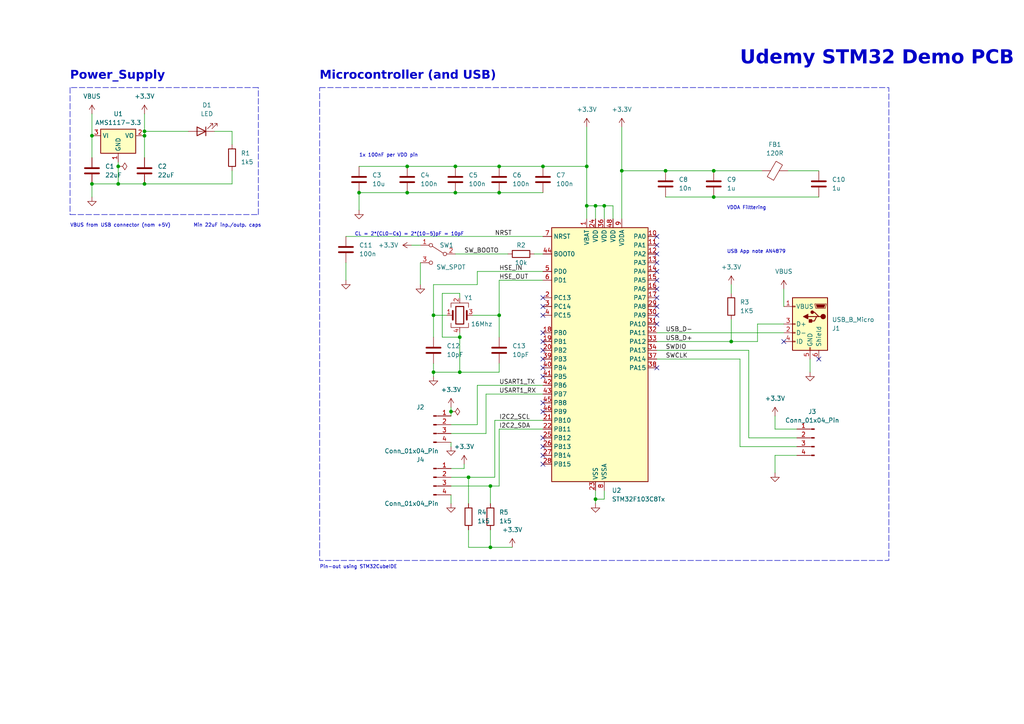
<source format=kicad_sch>
(kicad_sch (version 20230121) (generator eeschema)
  (paper "A4")
  (title_block (title "Udemy STM32 Demo PCB") (date "2023-08-18") (rev "0.1") (company "VNPT Technology"))
  (lib_symbols
    (symbol "Connector:Conn_01x04_Pin" (pin_names (offset 1.016) hide)
      (property "Reference" "J" (at 0 5.08 0))
      (property "Value" "Conn_01x04_Pin" (at 0 -7.62 0))
      (symbol "Conn_01x04_Pin_1_1"
        (polyline (pts (xy 1.27 -5.08) (xy 0.8636 -5.08)) (stroke (width 0.1524)))
        (polyline (pts (xy 1.27 -2.54) (xy 0.8636 -2.54)) (stroke (width 0.1524)))
        (polyline (pts (xy 1.27 0) (xy 0.8636 0)) (stroke (width 0.1524)))
        (polyline (pts (xy 1.27 2.54) (xy 0.8636 2.54)) (stroke (width 0.1524)))
        (rectangle (start 0.8636 -4.953) (end 0 -5.207) (stroke (width 0.1524)) (fill (type outline)))
        (rectangle (start 0.8636 -2.413) (end 0 -2.667) (stroke (width 0.1524)) (fill (type outline)))
        (rectangle (start 0.8636 0.127) (end 0 -0.127) (stroke (width 0.1524)) (fill (type outline)))
        (rectangle (start 0.8636 2.667) (end 0 2.413) (stroke (width 0.1524)) (fill (type outline)))
        (pin passive line (at 5.08 2.54 180) (length 3.81) (name "Pin_1") (number "1"))
        (pin passive line (at 5.08 0 180) (length 3.81) (name "Pin_2") (number "2"))
        (pin passive line (at 5.08 -2.54 180) (length 3.81) (name "Pin_3") (number "3"))
        (pin passive line (at 5.08 -5.08 180) (length 3.81) (name "Pin_4") (number "4"))
      )
    )
    (symbol "Connector:USB_B_Micro" (pin_names (offset 1.016))
      (property "Reference" "J" (at -5.08 11.43 0))
      (property "Value" "USB_B_Micro" (at -5.08 8.89 0))
      (symbol "USB_B_Micro_0_1"
        (rectangle (start -5.08 -7.62) (end 5.08 7.62) (stroke (width 0.254)) (fill (type background)))
        (circle (center -3.81 2.159) (radius 0.635) (stroke (width 0.254)) (fill (type outline)))
        (circle (center -0.635 3.429) (radius 0.381) (stroke (width 0.254)) (fill (type outline)))
        (rectangle (start -0.127 -7.62) (end 0.127 -6.858))
        (polyline (pts (xy -1.905 2.159) (xy 0.635 2.159)) (stroke (width 0.254)))
        (polyline (pts (xy -3.175 2.159) (xy -2.54 2.159) (xy -1.27 3.429) (xy -0.635 3.429)) (stroke (width 0.254)))
        (polyline (pts (xy -2.54 2.159) (xy -1.905 2.159) (xy -1.27 0.889) (xy 0 0.889)) (stroke (width 0.254)))
        (polyline (pts (xy 0.635 2.794) (xy 0.635 1.524) (xy 1.905 2.159) (xy 0.635 2.794)) (stroke (width 0.254)) (fill (type outline)))
        (polyline (pts (xy -4.318 5.588) (xy -1.778 5.588) (xy -2.032 4.826) (xy -4.064 4.826) (xy -4.318 5.588)) (fill (type outline)))
        (polyline (pts (xy -4.699 5.842) (xy -4.699 5.588) (xy -4.445 4.826) (xy -4.445 4.572) (xy -1.651 4.572) (xy -1.651 4.826) (xy -1.397 5.588) (xy -1.397 5.842) (xy -4.699 5.842)))
        (rectangle (start 0.254 1.27) (end -0.508 0.508) (stroke (width 0.254)) (fill (type outline)))
        (rectangle (start 5.08 -5.207) (end 4.318 -4.953))
        (rectangle (start 5.08 -2.667) (end 4.318 -2.413))
        (rectangle (start 5.08 -0.127) (end 4.318 0.127))
        (rectangle (start 5.08 4.953) (end 4.318 5.207))
      )
      (symbol "USB_B_Micro_1_1"
        (pin power_out line (at 7.62 5.08 180) (length 2.54) (name "VBUS") (number "1"))
        (pin bidirectional line (at 7.62 -2.54 180) (length 2.54) (name "D-") (number "2"))
        (pin bidirectional line (at 7.62 0 180) (length 2.54) (name "D+") (number "3"))
        (pin passive line (at 7.62 -5.08 180) (length 2.54) (name "ID") (number "4"))
        (pin power_out line (at 0 -10.16 90) (length 2.54) (name "GND") (number "5"))
        (pin passive line (at -2.54 -10.16 90) (length 2.54) (name "Shield") (number "6"))
      )
    )
    (symbol "Device:C" (pin_numbers hide) (pin_names (offset 0.254))
      (property "Reference" "C" (at 0.635 2.54 0))
      (property "Value" "C" (at 0.635 -2.54 0))
      (symbol "C_0_1"
        (polyline (pts (xy -2.032 -0.762) (xy 2.032 -0.762)) (stroke (width 0.508)))
        (polyline (pts (xy -2.032 0.762) (xy 2.032 0.762)) (stroke (width 0.508)))
      )
      (symbol "C_1_1"
        (pin passive line (at 0 3.81 270) (length 2.794) (name "~") (number "1"))
        (pin passive line (at 0 -3.81 90) (length 2.794) (name "~") (number "2"))
      )
    )
    (symbol "Device:Crystal_GND24" (pin_names (offset 1.016) hide)
      (property "Reference" "Y" (at 3.175 5.08 0))
      (property "Value" "Crystal_GND24" (at 3.175 3.175 0))
      (symbol "Crystal_GND24_0_1"
        (rectangle (start -1.143 2.54) (end 1.143 -2.54) (stroke (width 0.3048)))
        (polyline (pts (xy -2.54 0) (xy -2.032 0)))
        (polyline (pts (xy -2.032 -1.27) (xy -2.032 1.27)) (stroke (width 0.508)))
        (polyline (pts (xy 0 -3.81) (xy 0 -3.556)))
        (polyline (pts (xy 0 3.556) (xy 0 3.81)))
        (polyline (pts (xy 2.032 -1.27) (xy 2.032 1.27)) (stroke (width 0.508)))
        (polyline (pts (xy 2.032 0) (xy 2.54 0)))
        (polyline (pts (xy -2.54 -2.286) (xy -2.54 -3.556) (xy 2.54 -3.556) (xy 2.54 -2.286)))
        (polyline (pts (xy -2.54 2.286) (xy -2.54 3.556) (xy 2.54 3.556) (xy 2.54 2.286)))
      )
      (symbol "Crystal_GND24_1_1"
        (pin passive line (at -3.81 0 0) (length 1.27) (name "1") (number "1"))
        (pin passive line (at 0 5.08 270) (length 1.27) (name "2") (number "2"))
        (pin passive line (at 3.81 0 180) (length 1.27) (name "3") (number "3"))
        (pin passive line (at 0 -5.08 90) (length 1.27) (name "4") (number "4"))
      )
    )
    (symbol "Device:FerriteBead" (pin_numbers hide) (pin_names (offset 0))
      (property "Reference" "FB" (at -3.81 0.635 90))
      (property "Value" "FerriteBead" (at 3.81 0 90))
      (symbol "FerriteBead_0_1"
        (polyline (pts (xy 0 -1.27) (xy 0 -1.2192)))
        (polyline (pts (xy 0 1.27) (xy 0 1.2954)))
        (polyline (pts (xy -2.7686 0.4064) (xy -1.7018 2.2606) (xy 2.7686 -0.3048) (xy 1.6764 -2.159) (xy -2.7686 0.4064)))
      )
      (symbol "FerriteBead_1_1"
        (pin passive line (at 0 3.81 270) (length 2.54) (name "~") (number "1"))
        (pin passive line (at 0 -3.81 90) (length 2.54) (name "~") (number "2"))
      )
    )
    (symbol "Device:LED" (pin_numbers hide) (pin_names (offset 1.016) hide)
      (property "Reference" "D" (at 0 2.54 0))
      (property "Value" "LED" (at 0 -2.54 0))
      (symbol "LED_0_1"
        (polyline (pts (xy -1.27 -1.27) (xy -1.27 1.27)) (stroke (width 0.254)))
        (polyline (pts (xy -1.27 0) (xy 1.27 0)))
        (polyline (pts (xy 1.27 -1.27) (xy 1.27 1.27) (xy -1.27 0) (xy 1.27 -1.27)) (stroke (width 0.254)))
        (polyline (pts (xy -3.048 -0.762) (xy -4.572 -2.286) (xy -3.81 -2.286) (xy -4.572 -2.286) (xy -4.572 -1.524)))
        (polyline (pts (xy -1.778 -0.762) (xy -3.302 -2.286) (xy -2.54 -2.286) (xy -3.302 -2.286) (xy -3.302 -1.524)))
      )
      (symbol "LED_1_1"
        (pin passive line (at -3.81 0 0) (length 2.54) (name "K") (number "1"))
        (pin passive line (at 3.81 0 180) (length 2.54) (name "A") (number "2"))
      )
    )
    (symbol "Device:R" (pin_numbers hide) (pin_names (offset 0))
      (property "Reference" "R" (at 2.032 0 90))
      (property "Value" "R" (at 0 0 90))
      (symbol "R_0_1"
        (rectangle (start -1.016 -2.54) (end 1.016 2.54) (stroke (width 0.254)))
      )
      (symbol "R_1_1"
        (pin passive line (at 0 3.81 270) (length 1.27) (name "~") (number "1"))
        (pin passive line (at 0 -3.81 90) (length 1.27) (name "~") (number "2"))
      )
    )
    (symbol "MCU_ST_STM32F1:STM32F103C8Tx"
      (property "Reference" "U" (at -12.7 39.37 0))
      (property "Value" "STM32F103C8Tx" (at 10.16 39.37 0))
      (symbol "STM32F103C8Tx_0_1"
        (rectangle (start -12.7 -35.56) (end 15.24 38.1) (stroke (width 0.254)) (fill (type background)))
      )
      (symbol "STM32F103C8Tx_1_1"
        (pin power_in line (at -2.54 40.64 270) (length 2.54) (name "VBAT") (number "1"))
        (pin bidirectional line (at 17.78 35.56 180) (length 2.54) (name "PA0") (number "10"))
        (pin bidirectional line (at 17.78 33.02 180) (length 2.54) (name "PA1") (number "11"))
        (pin bidirectional line (at 17.78 30.48 180) (length 2.54) (name "PA2") (number "12"))
        (pin bidirectional line (at 17.78 27.94 180) (length 2.54) (name "PA3") (number "13"))
        (pin bidirectional line (at 17.78 25.4 180) (length 2.54) (name "PA4") (number "14"))
        (pin bidirectional line (at 17.78 22.86 180) (length 2.54) (name "PA5") (number "15"))
        (pin bidirectional line (at 17.78 20.32 180) (length 2.54) (name "PA6") (number "16"))
        (pin bidirectional line (at 17.78 17.78 180) (length 2.54) (name "PA7") (number "17"))
        (pin bidirectional line (at -15.24 7.62 0) (length 2.54) (name "PB0") (number "18"))
        (pin bidirectional line (at -15.24 5.08 0) (length 2.54) (name "PB1") (number "19"))
        (pin bidirectional line (at -15.24 17.78 0) (length 2.54) (name "PC13") (number "2"))
        (pin bidirectional line (at -15.24 2.54 0) (length 2.54) (name "PB2") (number "20"))
        (pin bidirectional line (at -15.24 -17.78 0) (length 2.54) (name "PB10") (number "21"))
        (pin bidirectional line (at -15.24 -20.32 0) (length 2.54) (name "PB11") (number "22"))
        (pin power_in line (at 0 -38.1 90) (length 2.54) (name "VSS") (number "23"))
        (pin power_in line (at 0 40.64 270) (length 2.54) (name "VDD") (number "24"))
        (pin bidirectional line (at -15.24 -22.86 0) (length 2.54) (name "PB12") (number "25"))
        (pin bidirectional line (at -15.24 -25.4 0) (length 2.54) (name "PB13") (number "26"))
        (pin bidirectional line (at -15.24 -27.94 0) (length 2.54) (name "PB14") (number "27"))
        (pin bidirectional line (at -15.24 -30.48 0) (length 2.54) (name "PB15") (number "28"))
        (pin bidirectional line (at 17.78 15.24 180) (length 2.54) (name "PA8") (number "29"))
        (pin bidirectional line (at -15.24 15.24 0) (length 2.54) (name "PC14") (number "3"))
        (pin bidirectional line (at 17.78 12.7 180) (length 2.54) (name "PA9") (number "30"))
        (pin bidirectional line (at 17.78 10.16 180) (length 2.54) (name "PA10") (number "31"))
        (pin bidirectional line (at 17.78 7.62 180) (length 2.54) (name "PA11") (number "32"))
        (pin bidirectional line (at 17.78 5.08 180) (length 2.54) (name "PA12") (number "33"))
        (pin bidirectional line (at 17.78 2.54 180) (length 2.54) (name "PA13") (number "34"))
        (pin passive line (at 0 -38.1 90) (length 2.54) hide (name "VSS") (number "35"))
        (pin power_in line (at 2.54 40.64 270) (length 2.54) (name "VDD") (number "36"))
        (pin bidirectional line (at 17.78 0 180) (length 2.54) (name "PA14") (number "37"))
        (pin bidirectional line (at 17.78 -2.54 180) (length 2.54) (name "PA15") (number "38"))
        (pin bidirectional line (at -15.24 0 0) (length 2.54) (name "PB3") (number "39"))
        (pin bidirectional line (at -15.24 12.7 0) (length 2.54) (name "PC15") (number "4"))
        (pin bidirectional line (at -15.24 -2.54 0) (length 2.54) (name "PB4") (number "40"))
        (pin bidirectional line (at -15.24 -5.08 0) (length 2.54) (name "PB5") (number "41"))
        (pin bidirectional line (at -15.24 -7.62 0) (length 2.54) (name "PB6") (number "42"))
        (pin bidirectional line (at -15.24 -10.16 0) (length 2.54) (name "PB7") (number "43"))
        (pin input line (at -15.24 30.48 0) (length 2.54) (name "BOOT0") (number "44"))
        (pin bidirectional line (at -15.24 -12.7 0) (length 2.54) (name "PB8") (number "45"))
        (pin bidirectional line (at -15.24 -15.24 0) (length 2.54) (name "PB9") (number "46"))
        (pin passive line (at 0 -38.1 90) (length 2.54) hide (name "VSS") (number "47"))
        (pin power_in line (at 5.08 40.64 270) (length 2.54) (name "VDD") (number "48"))
        (pin bidirectional line (at -15.24 25.4 0) (length 2.54) (name "PD0") (number "5"))
        (pin bidirectional line (at -15.24 22.86 0) (length 2.54) (name "PD1") (number "6"))
        (pin input line (at -15.24 35.56 0) (length 2.54) (name "NRST") (number "7"))
        (pin power_in line (at 2.54 -38.1 90) (length 2.54) (name "VSSA") (number "8"))
        (pin power_in line (at 7.62 40.64 270) (length 2.54) (name "VDDA") (number "9"))
      )
    )
    (symbol "Regulator_Linear:AMS1117-3.3"
      (property "Reference" "U" (at -3.81 3.175 0))
      (property "Value" "AMS1117-3.3" (at 0 3.175 0))
      (symbol "AMS1117-3.3_0_1"
        (rectangle (start -5.08 -5.08) (end 5.08 1.905) (stroke (width 0.254)) (fill (type background)))
      )
      (symbol "AMS1117-3.3_1_1"
        (pin power_in line (at 0 -7.62 90) (length 2.54) (name "GND") (number "1"))
        (pin power_out line (at 7.62 0 180) (length 2.54) (name "VO") (number "2"))
        (pin power_in line (at -7.62 0 0) (length 2.54) (name "VI") (number "3"))
      )
    )
    (symbol "Switch:SW_SPDT" (pin_names (offset 0) hide)
      (property "Reference" "SW" (at 0 4.318 0))
      (property "Value" "SW_SPDT" (at 0 -5.08 0))
      (symbol "SW_SPDT_0_0"
        (circle (center -2.032 0) (radius 0.508))
        (circle (center 2.032 -2.54) (radius 0.508))
      )
      (symbol "SW_SPDT_0_1"
        (polyline (pts (xy -1.524 0.254) (xy 1.651 2.286)))
        (circle (center 2.032 2.54) (radius 0.508))
      )
      (symbol "SW_SPDT_1_1"
        (pin passive line (at 5.08 2.54 180) (length 2.54) (name "A") (number "1"))
        (pin passive line (at -5.08 0 0) (length 2.54) (name "B") (number "2"))
        (pin passive line (at 5.08 -2.54 180) (length 2.54) (name "C") (number "3"))
      )
    )
    (symbol "power:+3.3V" (power) (pin_names (offset 0))
      (property "Value" "+3.3V" (at 0 3.556 0))
      (symbol "+3.3V_0_1"
        (polyline (pts (xy -0.762 1.27) (xy 0 2.54)))
        (polyline (pts (xy 0 0) (xy 0 2.54)))
        (polyline (pts (xy 0 2.54) (xy 0.762 1.27)))
      )
      (symbol "+3.3V_1_1"
        (pin power_in line (at 0 0 90) (length 0) hide (name "+3.3V") (number "1"))
      )
    )
    (symbol "power:GND" (power) (pin_names (offset 0))
      (property "Value" "GND" (at 0 -3.81 0))
      (symbol "GND_0_1"
        (polyline (pts (xy 0 0) (xy 0 -1.27) (xy 1.27 -1.27) (xy 0 -2.54) (xy -1.27 -1.27) (xy 0 -1.27)))
      )
      (symbol "GND_1_1"
        (pin power_in line (at 0 0 270) (length 0) hide (name "GND") (number "1"))
      )
    )
    (symbol "power:PWR_FLAG" (power) (pin_numbers hide) (pin_names (offset 0) hide)
      (property "Value" "PWR_FLAG" (at 0 3.81 0))
      (symbol "PWR_FLAG_0_0"
        (pin power_out line (at 0 0 90) (length 0) (name "pwr") (number "1"))
      )
      (symbol "PWR_FLAG_0_1"
        (polyline (pts (xy 0 0) (xy 0 1.27) (xy -1.016 1.905) (xy 0 2.54) (xy 1.016 1.905) (xy 0 1.27)))
      )
    )
    (symbol "power:VBUS" (power) (pin_names (offset 0))
      (property "Value" "VBUS" (at 0 3.81 0))
      (symbol "VBUS_0_1"
        (polyline (pts (xy -0.762 1.27) (xy 0 2.54)))
        (polyline (pts (xy 0 0) (xy 0 2.54)))
        (polyline (pts (xy 0 2.54) (xy 0.762 1.27)))
      )
      (symbol "VBUS_1_1"
        (pin power_in line (at 0 0 90) (length 0) hide (name "VBUS") (number "1"))
      )
    )
  )
  (junction (at 193.04 49.53))
  (junction (at 207.01 57.15))
  (junction (at 135.89 138.43))
  (junction (at 104.14 55.88))
  (junction (at 41.91 38.1))
  (junction (at 133.35 97.79))
  (junction (at 175.26 59.69))
  (junction (at 142.24 140.97))
  (junction (at 41.91 39.37))
  (junction (at 170.18 59.69))
  (junction (at 118.11 48.26))
  (junction (at 125.73 91.44))
  (junction (at 212.09 99.06))
  (junction (at 180.34 49.53))
  (junction (at 133.35 107.95))
  (junction (at 144.78 55.88))
  (junction (at 172.72 144.78))
  (junction (at 172.72 59.69))
  (junction (at 125.73 107.95))
  (junction (at 207.01 49.53))
  (junction (at 142.24 158.75))
  (junction (at 26.67 39.37))
  (junction (at 41.91 53.34))
  (junction (at 130.81 119.38))
  (junction (at 170.18 48.26))
  (junction (at 144.78 91.44))
  (junction (at 157.48 48.26))
  (junction (at 132.08 48.26))
  (junction (at 34.29 53.34))
  (junction (at 118.11 55.88))
  (junction (at 144.78 48.26))
  (junction (at 132.08 55.88))
  (junction (at 26.67 53.34))
  (junction (at 34.29 48.26))
  (no_connect (at 190.5 71.12))
  (no_connect (at 157.48 129.54))
  (no_connect (at 157.48 127))
  (no_connect (at 157.48 88.9))
  (no_connect (at 157.48 134.62))
  (no_connect (at 157.48 132.08))
  (no_connect (at 157.48 119.38))
  (no_connect (at 157.48 86.36))
  (no_connect (at 190.5 68.58))
  (no_connect (at 190.5 76.2))
  (no_connect (at 190.5 91.44))
  (no_connect (at 157.48 96.52))
  (no_connect (at 157.48 99.06))
  (no_connect (at 157.48 101.6))
  (no_connect (at 190.5 83.82))
  (no_connect (at 190.5 81.28))
  (no_connect (at 157.48 91.44))
  (no_connect (at 190.5 93.98))
  (no_connect (at 157.48 104.14))
  (no_connect (at 157.48 109.22))
  (no_connect (at 190.5 88.9))
  (no_connect (at 227.33 99.06))
  (no_connect (at 190.5 86.36))
  (no_connect (at 190.5 78.74))
  (no_connect (at 190.5 73.66))
  (no_connect (at 237.49 104.14))
  (no_connect (at 190.5 106.68))
  (no_connect (at 157.48 116.84))
  (no_connect (at 157.48 106.68))
  (wire (pts (xy 125.73 97.79) (xy 125.73 91.44)))
  (wire (pts (xy 175.26 144.78) (xy 172.72 144.78)))
  (wire (pts (xy 134.62 134.62) (xy 134.62 135.89)))
  (wire (pts (xy 224.79 137.16) (xy 224.79 132.08)))
  (wire (pts (xy 224.79 120.65) (xy 224.79 124.46)))
  (wire (pts (xy 138.43 82.55) (xy 138.43 78.74)))
  (wire (pts (xy 34.29 48.26) (xy 34.29 53.34)))
  (wire (pts (xy 190.5 96.52) (xy 227.33 96.52)))
  (wire (pts (xy 190.5 101.6) (xy 217.17 101.6)))
  (wire (pts (xy 142.24 158.75) (xy 148.59 158.75)))
  (wire (pts (xy 130.81 138.43) (xy 135.89 138.43)))
  (wire (pts (xy 177.8 59.69) (xy 175.26 59.69)))
  (wire (pts (xy 130.81 128.27) (xy 130.81 129.54)))
  (wire (pts (xy 144.78 48.26) (xy 157.48 48.26)))
  (wire (pts (xy 135.89 158.75) (xy 142.24 158.75)))
  (wire (pts (xy 142.24 140.97) (xy 144.78 140.97)))
  (wire (pts (xy 144.78 107.95) (xy 133.35 107.95)))
  (wire (pts (xy 219.71 93.98) (xy 219.71 99.06)))
  (polyline (pts (xy 74.93 25.4) (xy 20.32 25.4)) (stroke (width 0) (type dash)))
  (wire (pts (xy 119.38 71.12) (xy 121.92 71.12)))
  (wire (pts (xy 217.17 101.6) (xy 217.17 127)))
  (wire (pts (xy 144.78 55.88) (xy 157.48 55.88)))
  (wire (pts (xy 142.24 153.67) (xy 142.24 158.75)))
  (wire (pts (xy 128.27 85.09) (xy 128.27 97.79)))
  (wire (pts (xy 34.29 46.99) (xy 34.29 48.26)))
  (wire (pts (xy 34.29 53.34) (xy 41.91 53.34)))
  (wire (pts (xy 138.43 123.19) (xy 138.43 111.76)))
  (wire (pts (xy 144.78 97.79) (xy 144.78 91.44)))
  (wire (pts (xy 143.51 121.92) (xy 157.48 121.92)))
  (wire (pts (xy 180.34 49.53) (xy 180.34 63.5)))
  (wire (pts (xy 228.6 49.53) (xy 237.49 49.53)))
  (wire (pts (xy 135.89 153.67) (xy 135.89 158.75)))
  (polyline (pts (xy 20.32 62.23) (xy 74.93 62.23)) (stroke (width 0) (type dash)))
  (wire (pts (xy 144.78 91.44) (xy 144.78 81.28)))
  (wire (pts (xy 132.08 48.26) (xy 144.78 48.26)))
  (wire (pts (xy 125.73 91.44) (xy 125.73 82.55)))
  (wire (pts (xy 129.54 91.44) (xy 125.73 91.44)))
  (wire (pts (xy 138.43 111.76) (xy 157.48 111.76)))
  (wire (pts (xy 100.33 76.2) (xy 100.33 81.28)))
  (wire (pts (xy 135.89 138.43) (xy 143.51 138.43)))
  (wire (pts (xy 224.79 132.08) (xy 231.14 132.08)))
  (wire (pts (xy 144.78 140.97) (xy 144.78 124.46)))
  (wire (pts (xy 133.35 85.09) (xy 128.27 85.09)))
  (wire (pts (xy 132.08 55.88) (xy 144.78 55.88)))
  (polyline (pts (xy 74.93 62.23) (xy 74.93 25.4)) (stroke (width 0) (type dash)))
  (wire (pts (xy 180.34 36.83) (xy 180.34 49.53)))
  (wire (pts (xy 154.94 73.66) (xy 157.48 73.66)))
  (wire (pts (xy 214.63 129.54) (xy 231.14 129.54)))
  (wire (pts (xy 100.33 68.58) (xy 157.48 68.58)))
  (wire (pts (xy 130.81 140.97) (xy 142.24 140.97)))
  (wire (pts (xy 135.89 146.05) (xy 135.89 138.43)))
  (wire (pts (xy 157.48 48.26) (xy 170.18 48.26)))
  (wire (pts (xy 193.04 49.53) (xy 207.01 49.53)))
  (wire (pts (xy 140.97 125.73) (xy 140.97 114.3)))
  (wire (pts (xy 67.31 49.53) (xy 67.31 53.34)))
  (wire (pts (xy 172.72 59.69) (xy 170.18 59.69)))
  (wire (pts (xy 143.51 138.43) (xy 143.51 121.92)))
  (wire (pts (xy 54.61 38.1) (xy 41.91 38.1)))
  (wire (pts (xy 224.79 124.46) (xy 231.14 124.46)))
  (wire (pts (xy 118.11 55.88) (xy 132.08 55.88)))
  (wire (pts (xy 170.18 59.69) (xy 170.18 63.5)))
  (wire (pts (xy 125.73 107.95) (xy 125.73 105.41)))
  (wire (pts (xy 104.14 48.26) (xy 118.11 48.26)))
  (wire (pts (xy 140.97 114.3) (xy 157.48 114.3)))
  (wire (pts (xy 130.81 123.19) (xy 138.43 123.19)))
  (wire (pts (xy 227.33 83.82) (xy 227.33 88.9)))
  (wire (pts (xy 190.5 99.06) (xy 212.09 99.06)))
  (wire (pts (xy 170.18 36.83) (xy 170.18 48.26)))
  (wire (pts (xy 227.33 93.98) (xy 219.71 93.98)))
  (wire (pts (xy 41.91 38.1) (xy 41.91 39.37)))
  (wire (pts (xy 193.04 57.15) (xy 207.01 57.15)))
  (wire (pts (xy 26.67 45.72) (xy 26.67 39.37)))
  (wire (pts (xy 144.78 105.41) (xy 144.78 107.95)))
  (wire (pts (xy 118.11 48.26) (xy 132.08 48.26)))
  (polyline (pts (xy 20.32 25.4) (xy 20.32 62.23)) (stroke (width 0) (type dash)))
  (wire (pts (xy 212.09 92.71) (xy 212.09 99.06)))
  (wire (pts (xy 130.81 118.11) (xy 130.81 119.38)))
  (wire (pts (xy 212.09 82.55) (xy 212.09 85.09)))
  (wire (pts (xy 207.01 49.53) (xy 220.98 49.53)))
  (wire (pts (xy 133.35 97.79) (xy 133.35 107.95)))
  (wire (pts (xy 130.81 146.05) (xy 130.81 143.51)))
  (wire (pts (xy 41.91 39.37) (xy 41.91 45.72)))
  (wire (pts (xy 133.35 96.52) (xy 133.35 97.79)))
  (wire (pts (xy 175.26 59.69) (xy 172.72 59.69)))
  (wire (pts (xy 142.24 146.05) (xy 142.24 140.97)))
  (wire (pts (xy 128.27 97.79) (xy 133.35 97.79)))
  (wire (pts (xy 26.67 57.15) (xy 26.67 53.34)))
  (wire (pts (xy 177.8 63.5) (xy 177.8 59.69)))
  (wire (pts (xy 214.63 104.14) (xy 214.63 129.54)))
  (wire (pts (xy 157.48 124.46) (xy 144.78 124.46)))
  (wire (pts (xy 172.72 59.69) (xy 172.72 63.5)))
  (wire (pts (xy 104.14 55.88) (xy 118.11 55.88)))
  (wire (pts (xy 234.95 107.95) (xy 234.95 104.14)))
  (wire (pts (xy 41.91 33.02) (xy 41.91 38.1)))
  (wire (pts (xy 133.35 86.36) (xy 133.35 85.09)))
  (wire (pts (xy 190.5 104.14) (xy 214.63 104.14)))
  (wire (pts (xy 104.14 55.88) (xy 104.14 60.96)))
  (wire (pts (xy 67.31 53.34) (xy 41.91 53.34)))
  (wire (pts (xy 130.81 119.38) (xy 130.81 120.65)))
  (wire (pts (xy 26.67 53.34) (xy 34.29 53.34)))
  (wire (pts (xy 134.62 135.89) (xy 130.81 135.89)))
  (wire (pts (xy 137.16 91.44) (xy 144.78 91.44)))
  (wire (pts (xy 138.43 78.74) (xy 157.48 78.74)))
  (wire (pts (xy 207.01 57.15) (xy 237.49 57.15)))
  (wire (pts (xy 125.73 109.22) (xy 125.73 107.95)))
  (wire (pts (xy 175.26 142.24) (xy 175.26 144.78)))
  (wire (pts (xy 172.72 146.05) (xy 172.72 144.78)))
  (wire (pts (xy 212.09 99.06) (xy 219.71 99.06)))
  (wire (pts (xy 130.81 125.73) (xy 140.97 125.73)))
  (wire (pts (xy 67.31 38.1) (xy 62.23 38.1)))
  (wire (pts (xy 125.73 82.55) (xy 138.43 82.55)))
  (wire (pts (xy 217.17 127) (xy 231.14 127)))
  (wire (pts (xy 172.72 144.78) (xy 172.72 142.24)))
  (wire (pts (xy 121.92 76.2) (xy 121.92 82.55)))
  (wire (pts (xy 175.26 59.69) (xy 175.26 63.5)))
  (wire (pts (xy 67.31 41.91) (xy 67.31 38.1)))
  (wire (pts (xy 170.18 48.26) (xy 170.18 59.69)))
  (wire (pts (xy 133.35 107.95) (xy 125.73 107.95)))
  (wire (pts (xy 144.78 81.28) (xy 157.48 81.28)))
  (wire (pts (xy 180.34 49.53) (xy 193.04 49.53)))
  (wire (pts (xy 132.08 73.66) (xy 147.32 73.66)))
  (wire (pts (xy 26.67 33.02) (xy 26.67 39.37)))
  (rectangle (start 92.71 25.4) (end 257.81 162.56) (stroke (width 0) (type dash)))
  (text "VDDA Filttering" (at 210.82 60.96 0) (effects (font (size 1 1)) (justify left bottom)))
  (text "1x 100nF per VDD pin" (at 104.14 45.72 0) (effects (font (size 1 1)) (justify left bottom)))
  (text "Pin-out using STM32CubeIDE" (at 92.71 165.1 0) (effects (font (size 1 1)) (justify left bottom)))
  (text "USB App note AN4879" (at 210.82 73.66 0) (effects (font (size 1 1)) (justify left bottom)))
  (text "Power_Supply" (at 20.32 24.13 0) (effects (font (size 2.5 2.5) (thickness 0.5) bold) (justify left bottom)))
  (text "CL = 2*(CL0-Cs) = 2*(10-5)pF = 10pF" (at 102.87 68.58 0) (effects (font (size 1 1)) (justify left bottom)))
  (text "VBUS from USB connector (nom +5V)	Min 22uF inp./outp. caps" (at 20.32 66.04 0) (effects (font (size 1 1)) (justify left bottom)))
  (text "Microcontroller (and USB)" (at 92.71 24.13 0) (effects (font (size 2.5 2.5) (thickness 0.5) bold) (justify left bottom)))
  (text "Udemy STM32 Demo PCB" (at 214.63 20.32 0) (effects (font (size 4 4) (thickness 0.8) bold italic) (justify left bottom)))
  (label "SWDIO" (at 193.04 101.6 0))
  (label "NRST" (at 143.51 68.58 0))
  (label "I2C2_SCL" (at 144.78 121.92 0))
  (label "USB_D+" (at 193.04 99.06 0))
  (label "I2C2_SDA" (at 144.78 124.46 0))
  (label "USB_D-" (at 193.04 96.52 0))
  (label "SW_BOOTO" (at 134.62 73.66 0))
  (label "HSE_OUT" (at 144.78 81.28 0))
  (label "HSE_IN" (at 144.78 78.74 0))
  (label "USART1_RX" (at 144.78 114.3 0))
  (label "SWCLK" (at 193.04 104.14 0))
  (label "USART1_TX" (at 144.78 111.76 0))
  (symbol (lib_id "Device:C") (at 26.67 49.53 0) (unit 1)
    (property "Reference" "C1" (at 30.48 48.26 0) (effects (justify left)))
    (property "Value" "22uF" (at 30.48 50.8 0) (effects (justify left)))
    (property "Footprint" "Capacitor_SMD:C_0805_2012Metric" (effects hide))
  )
  (symbol (lib_id "Connector:Conn_01x04_Pin") (at 236.22 127 0) (mirror y) (unit 1)
    (property "Reference" "J3" (at 235.585 119.38 0))
    (property "Value" "Conn_01x04_Pin" (at 235.585 121.92 0))
    (property "Footprint" "Connector_PinHeader_2.54mm:PinHeader_1x04_P2.54mm_Vertical" (effects hide))
  )
  (symbol (lib_id "power:GND") (at 26.67 57.15 0) (unit 1)
    (property "Reference" "#PWR05" (effects hide))
    (property "Value" "GND" (effects hide))
  )
  (symbol (lib_id "Device:C") (at 237.49 53.34 0) (unit 1)
    (property "Reference" "C10" (at 241.3 52.07 0) (effects (justify left)))
    (property "Value" "1u" (at 241.3 54.61 0) (effects (justify left)))
    (property "Footprint" "Capacitor_SMD:C_0402_1005Metric" (effects hide))
  )
  (symbol (lib_id "power:GND") (at 234.95 107.95 0) (unit 1)
    (property "Reference" "#PWR012" (effects hide))
    (property "Value" "GND" (effects hide))
  )
  (symbol (lib_id "power:GND") (at 172.72 146.05 0) (unit 1)
    (property "Reference" "#PWR013" (effects hide))
    (property "Value" "GND" (effects hide))
  )
  (symbol (lib_id "Device:C") (at 207.01 53.34 0) (unit 1)
    (property "Reference" "C9" (at 210.82 52.07 0) (effects (justify left)))
    (property "Value" "1u" (at 210.82 54.61 0) (effects (justify left)))
    (property "Footprint" "Capacitor_SMD:C_0402_1005Metric" (effects hide))
  )
  (symbol (lib_id "power:+3.3V") (at 41.91 33.02 0) (unit 1)
    (property "Reference" "#PWR02" (effects hide))
    (property "Value" "+3.3V" (at 41.91 27.94 0))
  )
  (symbol (lib_id "power:+3.3V") (at 148.59 158.75 0) (unit 1)
    (property "Reference" "#PWR017" (effects hide))
    (property "Value" "+3.3V" (at 148.59 153.67 0))
  )
  (symbol (lib_id "Connector:USB_B_Micro") (at 234.95 93.98 0) (mirror y) (unit 1)
    (property "Reference" "J1" (at 241.3 95.25 0) (effects (justify right)))
    (property "Value" "USB_B_Micro" (at 241.3 92.71 0) (effects (justify right)))
    (property "Footprint" "Connector_USB:USB_Micro-B_Wuerth_629105150521" (effects hide))
  )
  (symbol (lib_id "power:PWR_FLAG") (at 34.29 48.26 270) (unit 1)
    (property "Reference" "#FLG01" (effects hide))
    (property "Value" "PWR_FLAG" (effects hide))
  )
  (symbol (lib_id "Device:Crystal_GND24") (at 133.35 91.44 0) (unit 1)
    (property "Reference" "Y1" (at 135.89 86.36 0))
    (property "Value" "16Mhz" (at 139.7 93.98 0))
    (property "Footprint" "Crystal:Crystal_SMD_3225-4Pin_3.2x2.5mm" (effects hide))
  )
  (symbol (lib_id "Device:LED") (at 58.42 38.1 180) (unit 1)
    (property "Reference" "D1" (at 60.0075 30.48 0))
    (property "Value" "LED" (at 60.0075 33.02 0))
    (property "Footprint" "LED_SMD:LED_0603_1608Metric" (effects hide))
  )
  (symbol (lib_id "Device:C") (at 144.78 101.6 0) (unit 1)
    (property "Reference" "C13" (at 148.59 100.33 0) (effects (justify left)))
    (property "Value" "10pF" (at 148.59 102.87 0) (effects (justify left)))
    (property "Footprint" "Capacitor_SMD:C_0402_1005Metric" (effects hide))
  )
  (symbol (lib_id "power:GND") (at 100.33 81.28 0) (unit 1)
    (property "Reference" "#PWR08" (effects hide))
    (property "Value" "GND" (effects hide))
  )
  (symbol (lib_id "Regulator_Linear:AMS1117-3.3") (at 34.29 39.37 0) (unit 1)
    (property "Reference" "U1" (at 34.29 33.02 0))
    (property "Value" "AMS1117-3.3" (at 34.29 35.56 0))
    (property "Footprint" "Package_TO_SOT_SMD:SOT-223-3_TabPin2" (effects hide))
    (property "Datasheet" "http://www.advanced-monolithic.com/pdf/ds1117.pdf" (effects hide))
  )
  (symbol (lib_id "power:VBUS") (at 26.67 33.02 0) (unit 1)
    (property "Reference" "#PWR01" (effects hide))
    (property "Value" "VBUS" (at 26.67 27.94 0))
  )
  (symbol (lib_id "power:+3.3V") (at 212.09 82.55 0) (unit 1)
    (property "Reference" "#PWR010" (effects hide))
    (property "Value" "+3.3V" (at 212.09 77.47 0))
  )
  (symbol (lib_id "Device:R") (at 135.89 149.86 0) (unit 1)
    (property "Reference" "R4" (at 138.43 148.59 0) (effects (justify left)))
    (property "Value" "1k5" (at 138.43 151.13 0) (effects (justify left)))
    (property "Footprint" "Resistor_SMD:R_0402_1005Metric" (effects hide))
  )
  (symbol (lib_id "Device:R") (at 212.09 88.9 0) (unit 1)
    (property "Reference" "R3" (at 214.63 87.63 0) (effects (justify left)))
    (property "Value" "1K5" (at 214.63 90.17 0) (effects (justify left)))
    (property "Footprint" "Resistor_SMD:R_0402_1005Metric" (effects hide))
  )
  (symbol (lib_id "Connector:Conn_01x04_Pin") (at 125.73 123.19 0) (unit 1)
    (property "Reference" "J2" (at 121.92 118.11 0))
    (property "Value" "Conn_01x04_Pin" (at 119.38 130.81 0))
    (property "Footprint" "Connector_PinHeader_2.54mm:PinHeader_1x04_P2.54mm_Vertical" (effects hide))
  )
  (symbol (lib_id "Device:C") (at 132.08 52.07 0) (unit 1)
    (property "Reference" "C5" (at 135.89 50.8 0) (effects (justify left)))
    (property "Value" "100n" (at 135.89 53.34 0) (effects (justify left)))
    (property "Footprint" "Capacitor_SMD:C_0402_1005Metric" (effects hide))
  )
  (symbol (lib_id "Device:R") (at 142.24 149.86 0) (unit 1)
    (property "Reference" "R5" (at 144.78 148.59 0) (effects (justify left)))
    (property "Value" "1k5" (at 144.78 151.13 0) (effects (justify left)))
    (property "Footprint" "Resistor_SMD:R_0402_1005Metric" (effects hide))
  )
  (symbol (lib_id "Device:C") (at 193.04 53.34 0) (unit 1)
    (property "Reference" "C8" (at 196.85 52.07 0) (effects (justify left)))
    (property "Value" "10n" (at 196.85 54.61 0) (effects (justify left)))
    (property "Footprint" "Capacitor_SMD:C_0402_1005Metric" (effects hide))
  )
  (symbol (lib_id "power:+3.3V") (at 119.38 71.12 90) (unit 1)
    (property "Reference" "#PWR07" (effects hide))
    (property "Value" "+3.3V" (at 115.57 71.12 90) (effects (justify left)))
  )
  (symbol (lib_id "Device:C") (at 41.91 49.53 0) (unit 1)
    (property "Reference" "C2" (at 45.72 48.26 0) (effects (justify left)))
    (property "Value" "22uF" (at 45.72 50.8 0) (effects (justify left)))
    (property "Footprint" "Capacitor_SMD:C_0805_2012Metric" (effects hide))
  )
  (symbol (lib_id "Device:C") (at 125.73 101.6 0) (unit 1)
    (property "Reference" "C12" (at 129.54 100.33 0) (effects (justify left)))
    (property "Value" "10pF" (at 129.54 102.87 0) (effects (justify left)))
    (property "Footprint" "Capacitor_SMD:C_0402_1005Metric" (effects hide))
  )
  (symbol (lib_id "power:GND") (at 130.81 129.54 0) (unit 1)
    (property "Reference" "#PWR016" (effects hide))
    (property "Value" "GND" (effects hide))
  )
  (symbol (lib_id "Device:C") (at 157.48 52.07 0) (unit 1)
    (property "Reference" "C7" (at 161.29 50.8 0) (effects (justify left)))
    (property "Value" "100n" (at 161.29 53.34 0) (effects (justify left)))
    (property "Footprint" "Capacitor_SMD:C_0402_1005Metric" (effects hide))
  )
  (symbol (lib_id "Device:C") (at 118.11 52.07 0) (unit 1)
    (property "Reference" "C4" (at 121.92 50.8 0) (effects (justify left)))
    (property "Value" "100n" (at 121.92 53.34 0) (effects (justify left)))
    (property "Footprint" "Capacitor_SMD:C_0402_1005Metric" (effects hide))
  )
  (symbol (lib_id "power:GND") (at 104.14 60.96 0) (unit 1)
    (property "Reference" "#PWR06" (effects hide))
    (property "Value" "GND" (effects hide))
  )
  (symbol (lib_id "Device:C") (at 100.33 72.39 0) (unit 1)
    (property "Reference" "C11" (at 104.14 71.12 0) (effects (justify left)))
    (property "Value" "100n" (at 104.14 73.66 0) (effects (justify left)))
    (property "Footprint" "Capacitor_SMD:C_0402_1005Metric" (effects hide))
  )
  (symbol (lib_id "power:PWR_FLAG") (at 130.81 119.38 270) (unit 1)
    (property "Reference" "#FLG02" (effects hide))
    (property "Value" "PWR_FLAG" (effects hide))
  )
  (symbol (lib_id "Device:R") (at 67.31 45.72 0) (unit 1)
    (property "Reference" "R1" (at 69.85 44.45 0) (effects (justify left)))
    (property "Value" "1k5" (at 69.85 46.99 0) (effects (justify left)))
    (property "Footprint" "Resistor_SMD:R_0402_1005Metric" (effects hide))
  )
  (symbol (lib_id "Device:R") (at 151.13 73.66 90) (unit 1)
    (property "Reference" "R2" (at 151.13 71.12 90))
    (property "Value" "10k" (at 151.13 76.2 90))
    (property "Footprint" "Resistor_SMD:R_0402_1005Metric" (effects hide))
  )
  (symbol (lib_id "power:GND") (at 121.92 82.55 0) (unit 1)
    (property "Reference" "#PWR09" (effects hide))
    (property "Value" "GND" (effects hide))
  )
  (symbol (lib_id "power:+3.3V") (at 134.62 134.62 0) (unit 1)
    (property "Reference" "#PWR014" (effects hide))
    (property "Value" "+3.3V" (at 134.62 129.54 0))
  )
  (symbol (lib_id "power:VBUS") (at 227.33 83.82 0) (unit 1)
    (property "Reference" "#PWR011" (effects hide))
    (property "Value" "VBUS" (at 227.33 78.74 0))
  )
  (symbol (lib_id "power:+3.3V") (at 180.34 36.83 0) (unit 1)
    (property "Reference" "#PWR04" (effects hide))
    (property "Value" "+3.3V" (at 180.34 31.75 0))
  )
  (symbol (lib_id "power:GND") (at 125.73 109.22 0) (unit 1)
    (property "Reference" "#PWR022" (effects hide))
    (property "Value" "GND" (effects hide))
  )
  (symbol (lib_id "power:+3.3V") (at 130.81 118.11 0) (unit 1)
    (property "Reference" "#PWR020" (effects hide))
    (property "Value" "+3.3V" (at 130.81 113.03 0))
  )
  (symbol (lib_id "power:+3.3V") (at 170.18 36.83 0) (unit 1)
    (property "Reference" "#PWR03" (effects hide))
    (property "Value" "+3.3V" (at 170.18 31.75 0))
  )
  (symbol (lib_id "power:GND") (at 130.81 146.05 0) (unit 1)
    (property "Reference" "#PWR019" (effects hide))
    (property "Value" "GND" (effects hide))
  )
  (symbol (lib_id "Device:FerriteBead") (at 224.79 49.53 90) (unit 1)
    (property "Reference" "FB1" (at 224.7392 41.91 90))
    (property "Value" "120R" (at 224.7392 44.45 90))
    (property "Footprint" "Inductor_SMD:L_0603_1608Metric" (effects hide))
  )
  (symbol (lib_id "Switch:SW_SPDT") (at 127 73.66 0) (mirror y) (unit 1)
    (property "Reference" "SW1" (at 129.54 71.12 0))
    (property "Value" "SW_SPDT" (at 130.81 77.47 0))
    (property "Footprint" "Button_Switch_THT:SW_E-Switch_EG1224_SPDT_Angled" (effects hide))
  )
  (symbol (lib_id "Device:C") (at 144.78 52.07 0) (unit 1)
    (property "Reference" "C6" (at 148.59 50.8 0) (effects (justify left)))
    (property "Value" "100n" (at 148.59 53.34 0) (effects (justify left)))
    (property "Footprint" "Capacitor_SMD:C_0402_1005Metric" (effects hide))
  )
  (symbol (lib_id "Device:C") (at 104.14 52.07 0) (unit 1)
    (property "Reference" "C3" (at 107.95 50.8 0) (effects (justify left)))
    (property "Value" "10u" (at 107.95 53.34 0) (effects (justify left)))
    (property "Footprint" "Capacitor_SMD:C_0805_2012Metric" (effects hide))
  )
  (symbol (lib_id "power:GND") (at 224.79 137.16 0) (unit 1)
    (property "Reference" "#PWR018" (effects hide))
    (property "Value" "GND" (effects hide))
  )
  (symbol (lib_id "power:+3.3V") (at 224.79 120.65 0) (unit 1)
    (property "Reference" "#PWR015" (effects hide))
    (property "Value" "+3.3V" (at 224.79 115.57 0))
  )
  (symbol (lib_id "MCU_ST_STM32F1:STM32F103C8Tx") (at 172.72 104.14 0) (unit 1)
    (property "Reference" "U2" (at 177.4541 142.24 0) (effects (justify left)))
    (property "Value" "STM32F103C8Tx" (at 177.4541 144.78 0) (effects (justify left)))
    (property "Footprint" "Package_QFP:LQFP-48_7x7mm_P0.5mm" (effects hide))
    (property "Datasheet" "https://www.st.com/resource/en/datasheet/stm32f103c8.pdf" (effects hide))
  )
  (symbol (lib_id "Connector:Conn_01x04_Pin") (at 125.73 138.43 0) (unit 1)
    (property "Reference" "J4" (at 121.92 133.35 0))
    (property "Value" "Conn_01x04_Pin" (at 119.38 146.05 0))
    (property "Footprint" "Connector_PinHeader_2.54mm:PinHeader_1x04_P2.54mm_Vertical" (effects hide))
  )
)
</source>
